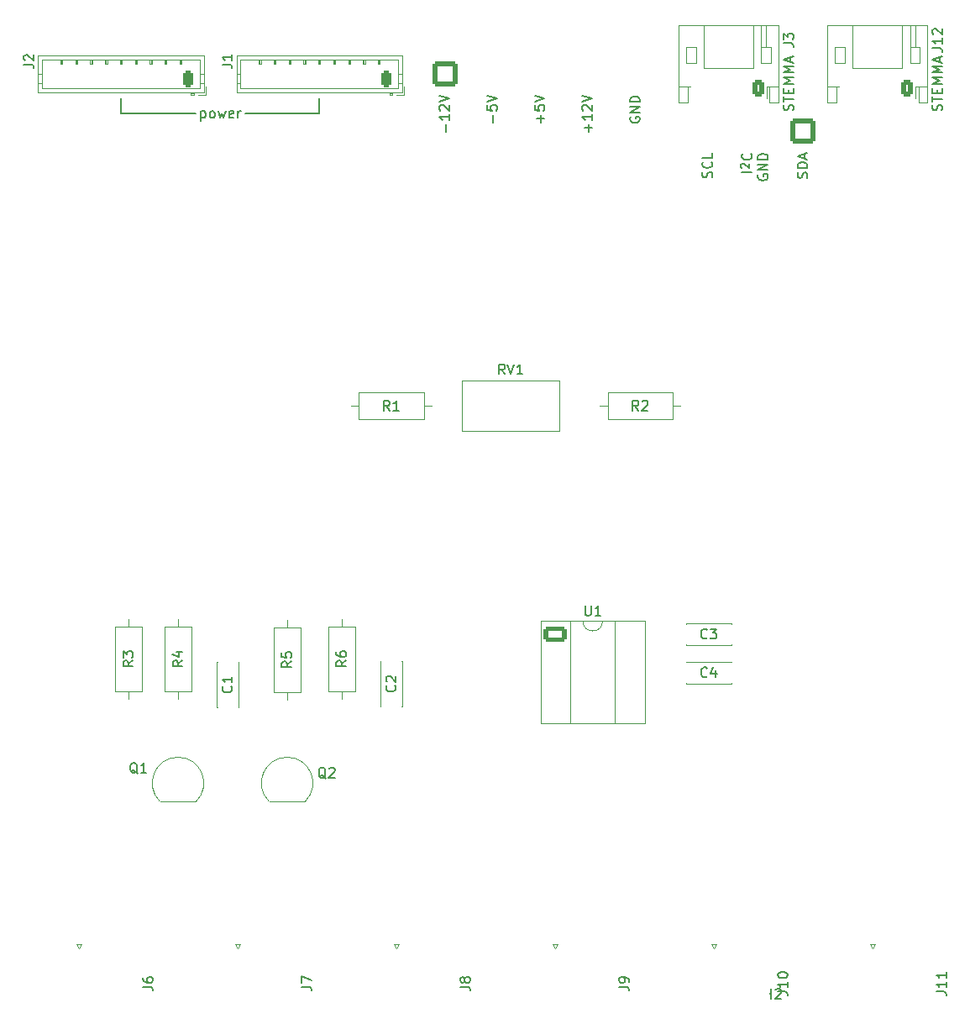
<source format=gto>
G04 #@! TF.GenerationSoftware,KiCad,Pcbnew,9.0.0*
G04 #@! TF.CreationDate,2025-05-20T10:08:30-07:00*
G04 #@! TF.ProjectId,coil_tempeauture_interlock,636f696c-5f74-4656-9d70-656175747572,rev?*
G04 #@! TF.SameCoordinates,Original*
G04 #@! TF.FileFunction,Legend,Top*
G04 #@! TF.FilePolarity,Positive*
%FSLAX46Y46*%
G04 Gerber Fmt 4.6, Leading zero omitted, Abs format (unit mm)*
G04 Created by KiCad (PCBNEW 9.0.0) date 2025-05-20 10:08:30*
%MOMM*%
%LPD*%
G01*
G04 APERTURE LIST*
G04 Aperture macros list*
%AMRoundRect*
0 Rectangle with rounded corners*
0 $1 Rounding radius*
0 $2 $3 $4 $5 $6 $7 $8 $9 X,Y pos of 4 corners*
0 Add a 4 corners polygon primitive as box body*
4,1,4,$2,$3,$4,$5,$6,$7,$8,$9,$2,$3,0*
0 Add four circle primitives for the rounded corners*
1,1,$1+$1,$2,$3*
1,1,$1+$1,$4,$5*
1,1,$1+$1,$6,$7*
1,1,$1+$1,$8,$9*
0 Add four rect primitives between the rounded corners*
20,1,$1+$1,$2,$3,$4,$5,0*
20,1,$1+$1,$4,$5,$6,$7,0*
20,1,$1+$1,$6,$7,$8,$9,0*
20,1,$1+$1,$8,$9,$2,$3,0*%
G04 Aperture macros list end*
%ADD10C,0.150000*%
%ADD11C,0.120000*%
%ADD12C,1.440000*%
%ADD13C,1.600000*%
%ADD14O,1.600000X1.600000*%
%ADD15R,2.290000X5.080000*%
%ADD16R,2.420000X5.080000*%
%ADD17RoundRect,0.249999X-1.025001X-1.025001X1.025001X-1.025001X1.025001X1.025001X-1.025001X1.025001X0*%
%ADD18C,2.550000*%
%ADD19RoundRect,0.250000X0.265000X0.615000X-0.265000X0.615000X-0.265000X-0.615000X0.265000X-0.615000X0*%
%ADD20O,1.030000X1.730000*%
%ADD21C,3.200000*%
%ADD22RoundRect,0.250000X0.350000X0.625000X-0.350000X0.625000X-0.350000X-0.625000X0.350000X-0.625000X0*%
%ADD23O,1.200000X1.750000*%
%ADD24R,1.050000X1.500000*%
%ADD25O,1.050000X1.500000*%
%ADD26RoundRect,0.250000X-0.950000X-0.550000X0.950000X-0.550000X0.950000X0.550000X-0.950000X0.550000X0*%
%ADD27O,2.400000X1.600000*%
%ADD28RoundRect,0.249999X1.025001X1.025001X-1.025001X1.025001X-1.025001X-1.025001X1.025001X-1.025001X0*%
G04 APERTURE END LIST*
D10*
X134250000Y-59000000D02*
X134250000Y-57500000D01*
X126750000Y-59000000D02*
X134250000Y-59000000D01*
X114250000Y-59000000D02*
X114250000Y-57500000D01*
X121750000Y-59000000D02*
X114250000Y-59000000D01*
X122321428Y-58788152D02*
X122321428Y-59788152D01*
X122321428Y-58835771D02*
X122416666Y-58788152D01*
X122416666Y-58788152D02*
X122607142Y-58788152D01*
X122607142Y-58788152D02*
X122702380Y-58835771D01*
X122702380Y-58835771D02*
X122749999Y-58883390D01*
X122749999Y-58883390D02*
X122797618Y-58978628D01*
X122797618Y-58978628D02*
X122797618Y-59264342D01*
X122797618Y-59264342D02*
X122749999Y-59359580D01*
X122749999Y-59359580D02*
X122702380Y-59407200D01*
X122702380Y-59407200D02*
X122607142Y-59454819D01*
X122607142Y-59454819D02*
X122416666Y-59454819D01*
X122416666Y-59454819D02*
X122321428Y-59407200D01*
X123369047Y-59454819D02*
X123273809Y-59407200D01*
X123273809Y-59407200D02*
X123226190Y-59359580D01*
X123226190Y-59359580D02*
X123178571Y-59264342D01*
X123178571Y-59264342D02*
X123178571Y-58978628D01*
X123178571Y-58978628D02*
X123226190Y-58883390D01*
X123226190Y-58883390D02*
X123273809Y-58835771D01*
X123273809Y-58835771D02*
X123369047Y-58788152D01*
X123369047Y-58788152D02*
X123511904Y-58788152D01*
X123511904Y-58788152D02*
X123607142Y-58835771D01*
X123607142Y-58835771D02*
X123654761Y-58883390D01*
X123654761Y-58883390D02*
X123702380Y-58978628D01*
X123702380Y-58978628D02*
X123702380Y-59264342D01*
X123702380Y-59264342D02*
X123654761Y-59359580D01*
X123654761Y-59359580D02*
X123607142Y-59407200D01*
X123607142Y-59407200D02*
X123511904Y-59454819D01*
X123511904Y-59454819D02*
X123369047Y-59454819D01*
X124035714Y-58788152D02*
X124226190Y-59454819D01*
X124226190Y-59454819D02*
X124416666Y-58978628D01*
X124416666Y-58978628D02*
X124607142Y-59454819D01*
X124607142Y-59454819D02*
X124797618Y-58788152D01*
X125559523Y-59407200D02*
X125464285Y-59454819D01*
X125464285Y-59454819D02*
X125273809Y-59454819D01*
X125273809Y-59454819D02*
X125178571Y-59407200D01*
X125178571Y-59407200D02*
X125130952Y-59311961D01*
X125130952Y-59311961D02*
X125130952Y-58931009D01*
X125130952Y-58931009D02*
X125178571Y-58835771D01*
X125178571Y-58835771D02*
X125273809Y-58788152D01*
X125273809Y-58788152D02*
X125464285Y-58788152D01*
X125464285Y-58788152D02*
X125559523Y-58835771D01*
X125559523Y-58835771D02*
X125607142Y-58931009D01*
X125607142Y-58931009D02*
X125607142Y-59026247D01*
X125607142Y-59026247D02*
X125130952Y-59121485D01*
X126035714Y-59454819D02*
X126035714Y-58788152D01*
X126035714Y-58978628D02*
X126083333Y-58883390D01*
X126083333Y-58883390D02*
X126130952Y-58835771D01*
X126130952Y-58835771D02*
X126226190Y-58788152D01*
X126226190Y-58788152D02*
X126321428Y-58788152D01*
X151773866Y-59908207D02*
X151773866Y-59146303D01*
X151154819Y-58193922D02*
X151154819Y-58670112D01*
X151154819Y-58670112D02*
X151631009Y-58717731D01*
X151631009Y-58717731D02*
X151583390Y-58670112D01*
X151583390Y-58670112D02*
X151535771Y-58574874D01*
X151535771Y-58574874D02*
X151535771Y-58336779D01*
X151535771Y-58336779D02*
X151583390Y-58241541D01*
X151583390Y-58241541D02*
X151631009Y-58193922D01*
X151631009Y-58193922D02*
X151726247Y-58146303D01*
X151726247Y-58146303D02*
X151964342Y-58146303D01*
X151964342Y-58146303D02*
X152059580Y-58193922D01*
X152059580Y-58193922D02*
X152107200Y-58241541D01*
X152107200Y-58241541D02*
X152154819Y-58336779D01*
X152154819Y-58336779D02*
X152154819Y-58574874D01*
X152154819Y-58574874D02*
X152107200Y-58670112D01*
X152107200Y-58670112D02*
X152059580Y-58717731D01*
X151154819Y-57860588D02*
X152154819Y-57527255D01*
X152154819Y-57527255D02*
X151154819Y-57193922D01*
X146973866Y-60860588D02*
X146973866Y-60098684D01*
X147354819Y-59098684D02*
X147354819Y-59670112D01*
X147354819Y-59384398D02*
X146354819Y-59384398D01*
X146354819Y-59384398D02*
X146497676Y-59479636D01*
X146497676Y-59479636D02*
X146592914Y-59574874D01*
X146592914Y-59574874D02*
X146640533Y-59670112D01*
X146450057Y-58717731D02*
X146402438Y-58670112D01*
X146402438Y-58670112D02*
X146354819Y-58574874D01*
X146354819Y-58574874D02*
X146354819Y-58336779D01*
X146354819Y-58336779D02*
X146402438Y-58241541D01*
X146402438Y-58241541D02*
X146450057Y-58193922D01*
X146450057Y-58193922D02*
X146545295Y-58146303D01*
X146545295Y-58146303D02*
X146640533Y-58146303D01*
X146640533Y-58146303D02*
X146783390Y-58193922D01*
X146783390Y-58193922D02*
X147354819Y-58765350D01*
X147354819Y-58765350D02*
X147354819Y-58146303D01*
X146354819Y-57860588D02*
X147354819Y-57527255D01*
X147354819Y-57527255D02*
X146354819Y-57193922D01*
X156573866Y-59908207D02*
X156573866Y-59146303D01*
X156954819Y-59527255D02*
X156192914Y-59527255D01*
X155954819Y-58193922D02*
X155954819Y-58670112D01*
X155954819Y-58670112D02*
X156431009Y-58717731D01*
X156431009Y-58717731D02*
X156383390Y-58670112D01*
X156383390Y-58670112D02*
X156335771Y-58574874D01*
X156335771Y-58574874D02*
X156335771Y-58336779D01*
X156335771Y-58336779D02*
X156383390Y-58241541D01*
X156383390Y-58241541D02*
X156431009Y-58193922D01*
X156431009Y-58193922D02*
X156526247Y-58146303D01*
X156526247Y-58146303D02*
X156764342Y-58146303D01*
X156764342Y-58146303D02*
X156859580Y-58193922D01*
X156859580Y-58193922D02*
X156907200Y-58241541D01*
X156907200Y-58241541D02*
X156954819Y-58336779D01*
X156954819Y-58336779D02*
X156954819Y-58574874D01*
X156954819Y-58574874D02*
X156907200Y-58670112D01*
X156907200Y-58670112D02*
X156859580Y-58717731D01*
X155954819Y-57860588D02*
X156954819Y-57527255D01*
X156954819Y-57527255D02*
X155954819Y-57193922D01*
X196992200Y-58710839D02*
X197039819Y-58567982D01*
X197039819Y-58567982D02*
X197039819Y-58329887D01*
X197039819Y-58329887D02*
X196992200Y-58234649D01*
X196992200Y-58234649D02*
X196944580Y-58187030D01*
X196944580Y-58187030D02*
X196849342Y-58139411D01*
X196849342Y-58139411D02*
X196754104Y-58139411D01*
X196754104Y-58139411D02*
X196658866Y-58187030D01*
X196658866Y-58187030D02*
X196611247Y-58234649D01*
X196611247Y-58234649D02*
X196563628Y-58329887D01*
X196563628Y-58329887D02*
X196516009Y-58520363D01*
X196516009Y-58520363D02*
X196468390Y-58615601D01*
X196468390Y-58615601D02*
X196420771Y-58663220D01*
X196420771Y-58663220D02*
X196325533Y-58710839D01*
X196325533Y-58710839D02*
X196230295Y-58710839D01*
X196230295Y-58710839D02*
X196135057Y-58663220D01*
X196135057Y-58663220D02*
X196087438Y-58615601D01*
X196087438Y-58615601D02*
X196039819Y-58520363D01*
X196039819Y-58520363D02*
X196039819Y-58282268D01*
X196039819Y-58282268D02*
X196087438Y-58139411D01*
X196039819Y-57853696D02*
X196039819Y-57282268D01*
X197039819Y-57567982D02*
X196039819Y-57567982D01*
X196516009Y-56948934D02*
X196516009Y-56615601D01*
X197039819Y-56472744D02*
X197039819Y-56948934D01*
X197039819Y-56948934D02*
X196039819Y-56948934D01*
X196039819Y-56948934D02*
X196039819Y-56472744D01*
X197039819Y-56044172D02*
X196039819Y-56044172D01*
X196039819Y-56044172D02*
X196754104Y-55710839D01*
X196754104Y-55710839D02*
X196039819Y-55377506D01*
X196039819Y-55377506D02*
X197039819Y-55377506D01*
X197039819Y-54901315D02*
X196039819Y-54901315D01*
X196039819Y-54901315D02*
X196754104Y-54567982D01*
X196754104Y-54567982D02*
X196039819Y-54234649D01*
X196039819Y-54234649D02*
X197039819Y-54234649D01*
X196754104Y-53806077D02*
X196754104Y-53329887D01*
X197039819Y-53901315D02*
X196039819Y-53567982D01*
X196039819Y-53567982D02*
X197039819Y-53234649D01*
X181992200Y-58710839D02*
X182039819Y-58567982D01*
X182039819Y-58567982D02*
X182039819Y-58329887D01*
X182039819Y-58329887D02*
X181992200Y-58234649D01*
X181992200Y-58234649D02*
X181944580Y-58187030D01*
X181944580Y-58187030D02*
X181849342Y-58139411D01*
X181849342Y-58139411D02*
X181754104Y-58139411D01*
X181754104Y-58139411D02*
X181658866Y-58187030D01*
X181658866Y-58187030D02*
X181611247Y-58234649D01*
X181611247Y-58234649D02*
X181563628Y-58329887D01*
X181563628Y-58329887D02*
X181516009Y-58520363D01*
X181516009Y-58520363D02*
X181468390Y-58615601D01*
X181468390Y-58615601D02*
X181420771Y-58663220D01*
X181420771Y-58663220D02*
X181325533Y-58710839D01*
X181325533Y-58710839D02*
X181230295Y-58710839D01*
X181230295Y-58710839D02*
X181135057Y-58663220D01*
X181135057Y-58663220D02*
X181087438Y-58615601D01*
X181087438Y-58615601D02*
X181039819Y-58520363D01*
X181039819Y-58520363D02*
X181039819Y-58282268D01*
X181039819Y-58282268D02*
X181087438Y-58139411D01*
X181039819Y-57853696D02*
X181039819Y-57282268D01*
X182039819Y-57567982D02*
X181039819Y-57567982D01*
X181516009Y-56948934D02*
X181516009Y-56615601D01*
X182039819Y-56472744D02*
X182039819Y-56948934D01*
X182039819Y-56948934D02*
X181039819Y-56948934D01*
X181039819Y-56948934D02*
X181039819Y-56472744D01*
X182039819Y-56044172D02*
X181039819Y-56044172D01*
X181039819Y-56044172D02*
X181754104Y-55710839D01*
X181754104Y-55710839D02*
X181039819Y-55377506D01*
X181039819Y-55377506D02*
X182039819Y-55377506D01*
X182039819Y-54901315D02*
X181039819Y-54901315D01*
X181039819Y-54901315D02*
X181754104Y-54567982D01*
X181754104Y-54567982D02*
X181039819Y-54234649D01*
X181039819Y-54234649D02*
X182039819Y-54234649D01*
X181754104Y-53806077D02*
X181754104Y-53329887D01*
X182039819Y-53901315D02*
X181039819Y-53567982D01*
X181039819Y-53567982D02*
X182039819Y-53234649D01*
X161373866Y-60860588D02*
X161373866Y-60098684D01*
X161754819Y-60479636D02*
X160992914Y-60479636D01*
X161754819Y-59098684D02*
X161754819Y-59670112D01*
X161754819Y-59384398D02*
X160754819Y-59384398D01*
X160754819Y-59384398D02*
X160897676Y-59479636D01*
X160897676Y-59479636D02*
X160992914Y-59574874D01*
X160992914Y-59574874D02*
X161040533Y-59670112D01*
X160850057Y-58717731D02*
X160802438Y-58670112D01*
X160802438Y-58670112D02*
X160754819Y-58574874D01*
X160754819Y-58574874D02*
X160754819Y-58336779D01*
X160754819Y-58336779D02*
X160802438Y-58241541D01*
X160802438Y-58241541D02*
X160850057Y-58193922D01*
X160850057Y-58193922D02*
X160945295Y-58146303D01*
X160945295Y-58146303D02*
X161040533Y-58146303D01*
X161040533Y-58146303D02*
X161183390Y-58193922D01*
X161183390Y-58193922D02*
X161754819Y-58765350D01*
X161754819Y-58765350D02*
X161754819Y-58146303D01*
X160754819Y-57860588D02*
X161754819Y-57527255D01*
X161754819Y-57527255D02*
X160754819Y-57193922D01*
X165602438Y-59384398D02*
X165554819Y-59479636D01*
X165554819Y-59479636D02*
X165554819Y-59622493D01*
X165554819Y-59622493D02*
X165602438Y-59765350D01*
X165602438Y-59765350D02*
X165697676Y-59860588D01*
X165697676Y-59860588D02*
X165792914Y-59908207D01*
X165792914Y-59908207D02*
X165983390Y-59955826D01*
X165983390Y-59955826D02*
X166126247Y-59955826D01*
X166126247Y-59955826D02*
X166316723Y-59908207D01*
X166316723Y-59908207D02*
X166411961Y-59860588D01*
X166411961Y-59860588D02*
X166507200Y-59765350D01*
X166507200Y-59765350D02*
X166554819Y-59622493D01*
X166554819Y-59622493D02*
X166554819Y-59527255D01*
X166554819Y-59527255D02*
X166507200Y-59384398D01*
X166507200Y-59384398D02*
X166459580Y-59336779D01*
X166459580Y-59336779D02*
X166126247Y-59336779D01*
X166126247Y-59336779D02*
X166126247Y-59527255D01*
X166554819Y-58908207D02*
X165554819Y-58908207D01*
X165554819Y-58908207D02*
X166554819Y-58336779D01*
X166554819Y-58336779D02*
X165554819Y-58336779D01*
X166554819Y-57860588D02*
X165554819Y-57860588D01*
X165554819Y-57860588D02*
X165554819Y-57622493D01*
X165554819Y-57622493D02*
X165602438Y-57479636D01*
X165602438Y-57479636D02*
X165697676Y-57384398D01*
X165697676Y-57384398D02*
X165792914Y-57336779D01*
X165792914Y-57336779D02*
X165983390Y-57289160D01*
X165983390Y-57289160D02*
X166126247Y-57289160D01*
X166126247Y-57289160D02*
X166316723Y-57336779D01*
X166316723Y-57336779D02*
X166411961Y-57384398D01*
X166411961Y-57384398D02*
X166507200Y-57479636D01*
X166507200Y-57479636D02*
X166554819Y-57622493D01*
X166554819Y-57622493D02*
X166554819Y-57860588D01*
X173807200Y-65470112D02*
X173854819Y-65327255D01*
X173854819Y-65327255D02*
X173854819Y-65089160D01*
X173854819Y-65089160D02*
X173807200Y-64993922D01*
X173807200Y-64993922D02*
X173759580Y-64946303D01*
X173759580Y-64946303D02*
X173664342Y-64898684D01*
X173664342Y-64898684D02*
X173569104Y-64898684D01*
X173569104Y-64898684D02*
X173473866Y-64946303D01*
X173473866Y-64946303D02*
X173426247Y-64993922D01*
X173426247Y-64993922D02*
X173378628Y-65089160D01*
X173378628Y-65089160D02*
X173331009Y-65279636D01*
X173331009Y-65279636D02*
X173283390Y-65374874D01*
X173283390Y-65374874D02*
X173235771Y-65422493D01*
X173235771Y-65422493D02*
X173140533Y-65470112D01*
X173140533Y-65470112D02*
X173045295Y-65470112D01*
X173045295Y-65470112D02*
X172950057Y-65422493D01*
X172950057Y-65422493D02*
X172902438Y-65374874D01*
X172902438Y-65374874D02*
X172854819Y-65279636D01*
X172854819Y-65279636D02*
X172854819Y-65041541D01*
X172854819Y-65041541D02*
X172902438Y-64898684D01*
X173759580Y-63898684D02*
X173807200Y-63946303D01*
X173807200Y-63946303D02*
X173854819Y-64089160D01*
X173854819Y-64089160D02*
X173854819Y-64184398D01*
X173854819Y-64184398D02*
X173807200Y-64327255D01*
X173807200Y-64327255D02*
X173711961Y-64422493D01*
X173711961Y-64422493D02*
X173616723Y-64470112D01*
X173616723Y-64470112D02*
X173426247Y-64517731D01*
X173426247Y-64517731D02*
X173283390Y-64517731D01*
X173283390Y-64517731D02*
X173092914Y-64470112D01*
X173092914Y-64470112D02*
X172997676Y-64422493D01*
X172997676Y-64422493D02*
X172902438Y-64327255D01*
X172902438Y-64327255D02*
X172854819Y-64184398D01*
X172854819Y-64184398D02*
X172854819Y-64089160D01*
X172854819Y-64089160D02*
X172902438Y-63946303D01*
X172902438Y-63946303D02*
X172950057Y-63898684D01*
X173854819Y-62993922D02*
X173854819Y-63470112D01*
X173854819Y-63470112D02*
X172854819Y-63470112D01*
X177849847Y-64898683D02*
X176849847Y-64898683D01*
X176836513Y-64508208D02*
X176798418Y-64470112D01*
X176798418Y-64470112D02*
X176760323Y-64393922D01*
X176760323Y-64393922D02*
X176760323Y-64203446D01*
X176760323Y-64203446D02*
X176798418Y-64127255D01*
X176798418Y-64127255D02*
X176836513Y-64089160D01*
X176836513Y-64089160D02*
X176912704Y-64051065D01*
X176912704Y-64051065D02*
X176988894Y-64051065D01*
X176988894Y-64051065D02*
X177103180Y-64089160D01*
X177103180Y-64089160D02*
X177560323Y-64546303D01*
X177560323Y-64546303D02*
X177560323Y-64051065D01*
X177754608Y-63089160D02*
X177802228Y-63136779D01*
X177802228Y-63136779D02*
X177849847Y-63279636D01*
X177849847Y-63279636D02*
X177849847Y-63374874D01*
X177849847Y-63374874D02*
X177802228Y-63517731D01*
X177802228Y-63517731D02*
X177706989Y-63612969D01*
X177706989Y-63612969D02*
X177611751Y-63660588D01*
X177611751Y-63660588D02*
X177421275Y-63708207D01*
X177421275Y-63708207D02*
X177278418Y-63708207D01*
X177278418Y-63708207D02*
X177087942Y-63660588D01*
X177087942Y-63660588D02*
X176992704Y-63612969D01*
X176992704Y-63612969D02*
X176897466Y-63517731D01*
X176897466Y-63517731D02*
X176849847Y-63374874D01*
X176849847Y-63374874D02*
X176849847Y-63279636D01*
X176849847Y-63279636D02*
X176897466Y-63136779D01*
X176897466Y-63136779D02*
X176945085Y-63089160D01*
X178507410Y-65184398D02*
X178459791Y-65279636D01*
X178459791Y-65279636D02*
X178459791Y-65422493D01*
X178459791Y-65422493D02*
X178507410Y-65565350D01*
X178507410Y-65565350D02*
X178602648Y-65660588D01*
X178602648Y-65660588D02*
X178697886Y-65708207D01*
X178697886Y-65708207D02*
X178888362Y-65755826D01*
X178888362Y-65755826D02*
X179031219Y-65755826D01*
X179031219Y-65755826D02*
X179221695Y-65708207D01*
X179221695Y-65708207D02*
X179316933Y-65660588D01*
X179316933Y-65660588D02*
X179412172Y-65565350D01*
X179412172Y-65565350D02*
X179459791Y-65422493D01*
X179459791Y-65422493D02*
X179459791Y-65327255D01*
X179459791Y-65327255D02*
X179412172Y-65184398D01*
X179412172Y-65184398D02*
X179364552Y-65136779D01*
X179364552Y-65136779D02*
X179031219Y-65136779D01*
X179031219Y-65136779D02*
X179031219Y-65327255D01*
X179459791Y-64708207D02*
X178459791Y-64708207D01*
X178459791Y-64708207D02*
X179459791Y-64136779D01*
X179459791Y-64136779D02*
X178459791Y-64136779D01*
X179459791Y-63660588D02*
X178459791Y-63660588D01*
X178459791Y-63660588D02*
X178459791Y-63422493D01*
X178459791Y-63422493D02*
X178507410Y-63279636D01*
X178507410Y-63279636D02*
X178602648Y-63184398D01*
X178602648Y-63184398D02*
X178697886Y-63136779D01*
X178697886Y-63136779D02*
X178888362Y-63089160D01*
X178888362Y-63089160D02*
X179031219Y-63089160D01*
X179031219Y-63089160D02*
X179221695Y-63136779D01*
X179221695Y-63136779D02*
X179316933Y-63184398D01*
X179316933Y-63184398D02*
X179412172Y-63279636D01*
X179412172Y-63279636D02*
X179459791Y-63422493D01*
X179459791Y-63422493D02*
X179459791Y-63660588D01*
X183407200Y-65517731D02*
X183454819Y-65374874D01*
X183454819Y-65374874D02*
X183454819Y-65136779D01*
X183454819Y-65136779D02*
X183407200Y-65041541D01*
X183407200Y-65041541D02*
X183359580Y-64993922D01*
X183359580Y-64993922D02*
X183264342Y-64946303D01*
X183264342Y-64946303D02*
X183169104Y-64946303D01*
X183169104Y-64946303D02*
X183073866Y-64993922D01*
X183073866Y-64993922D02*
X183026247Y-65041541D01*
X183026247Y-65041541D02*
X182978628Y-65136779D01*
X182978628Y-65136779D02*
X182931009Y-65327255D01*
X182931009Y-65327255D02*
X182883390Y-65422493D01*
X182883390Y-65422493D02*
X182835771Y-65470112D01*
X182835771Y-65470112D02*
X182740533Y-65517731D01*
X182740533Y-65517731D02*
X182645295Y-65517731D01*
X182645295Y-65517731D02*
X182550057Y-65470112D01*
X182550057Y-65470112D02*
X182502438Y-65422493D01*
X182502438Y-65422493D02*
X182454819Y-65327255D01*
X182454819Y-65327255D02*
X182454819Y-65089160D01*
X182454819Y-65089160D02*
X182502438Y-64946303D01*
X183454819Y-64517731D02*
X182454819Y-64517731D01*
X182454819Y-64517731D02*
X182454819Y-64279636D01*
X182454819Y-64279636D02*
X182502438Y-64136779D01*
X182502438Y-64136779D02*
X182597676Y-64041541D01*
X182597676Y-64041541D02*
X182692914Y-63993922D01*
X182692914Y-63993922D02*
X182883390Y-63946303D01*
X182883390Y-63946303D02*
X183026247Y-63946303D01*
X183026247Y-63946303D02*
X183216723Y-63993922D01*
X183216723Y-63993922D02*
X183311961Y-64041541D01*
X183311961Y-64041541D02*
X183407200Y-64136779D01*
X183407200Y-64136779D02*
X183454819Y-64279636D01*
X183454819Y-64279636D02*
X183454819Y-64517731D01*
X183169104Y-63565350D02*
X183169104Y-63089160D01*
X183454819Y-63660588D02*
X182454819Y-63327255D01*
X182454819Y-63327255D02*
X183454819Y-62993922D01*
X152944761Y-85294819D02*
X152611428Y-84818628D01*
X152373333Y-85294819D02*
X152373333Y-84294819D01*
X152373333Y-84294819D02*
X152754285Y-84294819D01*
X152754285Y-84294819D02*
X152849523Y-84342438D01*
X152849523Y-84342438D02*
X152897142Y-84390057D01*
X152897142Y-84390057D02*
X152944761Y-84485295D01*
X152944761Y-84485295D02*
X152944761Y-84628152D01*
X152944761Y-84628152D02*
X152897142Y-84723390D01*
X152897142Y-84723390D02*
X152849523Y-84771009D01*
X152849523Y-84771009D02*
X152754285Y-84818628D01*
X152754285Y-84818628D02*
X152373333Y-84818628D01*
X153230476Y-84294819D02*
X153563809Y-85294819D01*
X153563809Y-85294819D02*
X153897142Y-84294819D01*
X154754285Y-85294819D02*
X154182857Y-85294819D01*
X154468571Y-85294819D02*
X154468571Y-84294819D01*
X154468571Y-84294819D02*
X154373333Y-84437676D01*
X154373333Y-84437676D02*
X154278095Y-84532914D01*
X154278095Y-84532914D02*
X154182857Y-84580533D01*
X141333333Y-88954819D02*
X141000000Y-88478628D01*
X140761905Y-88954819D02*
X140761905Y-87954819D01*
X140761905Y-87954819D02*
X141142857Y-87954819D01*
X141142857Y-87954819D02*
X141238095Y-88002438D01*
X141238095Y-88002438D02*
X141285714Y-88050057D01*
X141285714Y-88050057D02*
X141333333Y-88145295D01*
X141333333Y-88145295D02*
X141333333Y-88288152D01*
X141333333Y-88288152D02*
X141285714Y-88383390D01*
X141285714Y-88383390D02*
X141238095Y-88431009D01*
X141238095Y-88431009D02*
X141142857Y-88478628D01*
X141142857Y-88478628D02*
X140761905Y-88478628D01*
X142285714Y-88954819D02*
X141714286Y-88954819D01*
X142000000Y-88954819D02*
X142000000Y-87954819D01*
X142000000Y-87954819D02*
X141904762Y-88097676D01*
X141904762Y-88097676D02*
X141809524Y-88192914D01*
X141809524Y-88192914D02*
X141714286Y-88240533D01*
X196454819Y-147519523D02*
X197169104Y-147519523D01*
X197169104Y-147519523D02*
X197311961Y-147567142D01*
X197311961Y-147567142D02*
X197407200Y-147662380D01*
X197407200Y-147662380D02*
X197454819Y-147805237D01*
X197454819Y-147805237D02*
X197454819Y-147900475D01*
X197454819Y-146519523D02*
X197454819Y-147090951D01*
X197454819Y-146805237D02*
X196454819Y-146805237D01*
X196454819Y-146805237D02*
X196597676Y-146900475D01*
X196597676Y-146900475D02*
X196692914Y-146995713D01*
X196692914Y-146995713D02*
X196740533Y-147090951D01*
X197454819Y-145567142D02*
X197454819Y-146138570D01*
X197454819Y-145852856D02*
X196454819Y-145852856D01*
X196454819Y-145852856D02*
X196597676Y-145948094D01*
X196597676Y-145948094D02*
X196692914Y-146043332D01*
X196692914Y-146043332D02*
X196740533Y-146138570D01*
X124454819Y-54083333D02*
X125169104Y-54083333D01*
X125169104Y-54083333D02*
X125311961Y-54130952D01*
X125311961Y-54130952D02*
X125407200Y-54226190D01*
X125407200Y-54226190D02*
X125454819Y-54369047D01*
X125454819Y-54369047D02*
X125454819Y-54464285D01*
X125454819Y-53083333D02*
X125454819Y-53654761D01*
X125454819Y-53369047D02*
X124454819Y-53369047D01*
X124454819Y-53369047D02*
X124597676Y-53464285D01*
X124597676Y-53464285D02*
X124692914Y-53559523D01*
X124692914Y-53559523D02*
X124740533Y-53654761D01*
X173333333Y-115749580D02*
X173285714Y-115797200D01*
X173285714Y-115797200D02*
X173142857Y-115844819D01*
X173142857Y-115844819D02*
X173047619Y-115844819D01*
X173047619Y-115844819D02*
X172904762Y-115797200D01*
X172904762Y-115797200D02*
X172809524Y-115701961D01*
X172809524Y-115701961D02*
X172761905Y-115606723D01*
X172761905Y-115606723D02*
X172714286Y-115416247D01*
X172714286Y-115416247D02*
X172714286Y-115273390D01*
X172714286Y-115273390D02*
X172761905Y-115082914D01*
X172761905Y-115082914D02*
X172809524Y-114987676D01*
X172809524Y-114987676D02*
X172904762Y-114892438D01*
X172904762Y-114892438D02*
X173047619Y-114844819D01*
X173047619Y-114844819D02*
X173142857Y-114844819D01*
X173142857Y-114844819D02*
X173285714Y-114892438D01*
X173285714Y-114892438D02*
X173333333Y-114940057D01*
X174190476Y-115178152D02*
X174190476Y-115844819D01*
X173952381Y-114797200D02*
X173714286Y-115511485D01*
X173714286Y-115511485D02*
X174333333Y-115511485D01*
X148454819Y-147043333D02*
X149169104Y-147043333D01*
X149169104Y-147043333D02*
X149311961Y-147090952D01*
X149311961Y-147090952D02*
X149407200Y-147186190D01*
X149407200Y-147186190D02*
X149454819Y-147329047D01*
X149454819Y-147329047D02*
X149454819Y-147424285D01*
X148883390Y-146424285D02*
X148835771Y-146519523D01*
X148835771Y-146519523D02*
X148788152Y-146567142D01*
X148788152Y-146567142D02*
X148692914Y-146614761D01*
X148692914Y-146614761D02*
X148645295Y-146614761D01*
X148645295Y-146614761D02*
X148550057Y-146567142D01*
X148550057Y-146567142D02*
X148502438Y-146519523D01*
X148502438Y-146519523D02*
X148454819Y-146424285D01*
X148454819Y-146424285D02*
X148454819Y-146233809D01*
X148454819Y-146233809D02*
X148502438Y-146138571D01*
X148502438Y-146138571D02*
X148550057Y-146090952D01*
X148550057Y-146090952D02*
X148645295Y-146043333D01*
X148645295Y-146043333D02*
X148692914Y-146043333D01*
X148692914Y-146043333D02*
X148788152Y-146090952D01*
X148788152Y-146090952D02*
X148835771Y-146138571D01*
X148835771Y-146138571D02*
X148883390Y-146233809D01*
X148883390Y-146233809D02*
X148883390Y-146424285D01*
X148883390Y-146424285D02*
X148931009Y-146519523D01*
X148931009Y-146519523D02*
X148978628Y-146567142D01*
X148978628Y-146567142D02*
X149073866Y-146614761D01*
X149073866Y-146614761D02*
X149264342Y-146614761D01*
X149264342Y-146614761D02*
X149359580Y-146567142D01*
X149359580Y-146567142D02*
X149407200Y-146519523D01*
X149407200Y-146519523D02*
X149454819Y-146424285D01*
X149454819Y-146424285D02*
X149454819Y-146233809D01*
X149454819Y-146233809D02*
X149407200Y-146138571D01*
X149407200Y-146138571D02*
X149359580Y-146090952D01*
X149359580Y-146090952D02*
X149264342Y-146043333D01*
X149264342Y-146043333D02*
X149073866Y-146043333D01*
X149073866Y-146043333D02*
X148978628Y-146090952D01*
X148978628Y-146090952D02*
X148931009Y-146138571D01*
X148931009Y-146138571D02*
X148883390Y-146233809D01*
X181054819Y-51933333D02*
X181769104Y-51933333D01*
X181769104Y-51933333D02*
X181911961Y-51980952D01*
X181911961Y-51980952D02*
X182007200Y-52076190D01*
X182007200Y-52076190D02*
X182054819Y-52219047D01*
X182054819Y-52219047D02*
X182054819Y-52314285D01*
X181054819Y-51552380D02*
X181054819Y-50933333D01*
X181054819Y-50933333D02*
X181435771Y-51266666D01*
X181435771Y-51266666D02*
X181435771Y-51123809D01*
X181435771Y-51123809D02*
X181483390Y-51028571D01*
X181483390Y-51028571D02*
X181531009Y-50980952D01*
X181531009Y-50980952D02*
X181626247Y-50933333D01*
X181626247Y-50933333D02*
X181864342Y-50933333D01*
X181864342Y-50933333D02*
X181959580Y-50980952D01*
X181959580Y-50980952D02*
X182007200Y-51028571D01*
X182007200Y-51028571D02*
X182054819Y-51123809D01*
X182054819Y-51123809D02*
X182054819Y-51409523D01*
X182054819Y-51409523D02*
X182007200Y-51504761D01*
X182007200Y-51504761D02*
X181959580Y-51552380D01*
X125359580Y-116746666D02*
X125407200Y-116794285D01*
X125407200Y-116794285D02*
X125454819Y-116937142D01*
X125454819Y-116937142D02*
X125454819Y-117032380D01*
X125454819Y-117032380D02*
X125407200Y-117175237D01*
X125407200Y-117175237D02*
X125311961Y-117270475D01*
X125311961Y-117270475D02*
X125216723Y-117318094D01*
X125216723Y-117318094D02*
X125026247Y-117365713D01*
X125026247Y-117365713D02*
X124883390Y-117365713D01*
X124883390Y-117365713D02*
X124692914Y-117318094D01*
X124692914Y-117318094D02*
X124597676Y-117270475D01*
X124597676Y-117270475D02*
X124502438Y-117175237D01*
X124502438Y-117175237D02*
X124454819Y-117032380D01*
X124454819Y-117032380D02*
X124454819Y-116937142D01*
X124454819Y-116937142D02*
X124502438Y-116794285D01*
X124502438Y-116794285D02*
X124550057Y-116746666D01*
X125454819Y-115794285D02*
X125454819Y-116365713D01*
X125454819Y-116079999D02*
X124454819Y-116079999D01*
X124454819Y-116079999D02*
X124597676Y-116175237D01*
X124597676Y-116175237D02*
X124692914Y-116270475D01*
X124692914Y-116270475D02*
X124740533Y-116365713D01*
X115904761Y-125550057D02*
X115809523Y-125502438D01*
X115809523Y-125502438D02*
X115714285Y-125407200D01*
X115714285Y-125407200D02*
X115571428Y-125264342D01*
X115571428Y-125264342D02*
X115476190Y-125216723D01*
X115476190Y-125216723D02*
X115380952Y-125216723D01*
X115428571Y-125454819D02*
X115333333Y-125407200D01*
X115333333Y-125407200D02*
X115238095Y-125311961D01*
X115238095Y-125311961D02*
X115190476Y-125121485D01*
X115190476Y-125121485D02*
X115190476Y-124788152D01*
X115190476Y-124788152D02*
X115238095Y-124597676D01*
X115238095Y-124597676D02*
X115333333Y-124502438D01*
X115333333Y-124502438D02*
X115428571Y-124454819D01*
X115428571Y-124454819D02*
X115619047Y-124454819D01*
X115619047Y-124454819D02*
X115714285Y-124502438D01*
X115714285Y-124502438D02*
X115809523Y-124597676D01*
X115809523Y-124597676D02*
X115857142Y-124788152D01*
X115857142Y-124788152D02*
X115857142Y-125121485D01*
X115857142Y-125121485D02*
X115809523Y-125311961D01*
X115809523Y-125311961D02*
X115714285Y-125407200D01*
X115714285Y-125407200D02*
X115619047Y-125454819D01*
X115619047Y-125454819D02*
X115428571Y-125454819D01*
X116809523Y-125454819D02*
X116238095Y-125454819D01*
X116523809Y-125454819D02*
X116523809Y-124454819D01*
X116523809Y-124454819D02*
X116428571Y-124597676D01*
X116428571Y-124597676D02*
X116333333Y-124692914D01*
X116333333Y-124692914D02*
X116238095Y-124740533D01*
X115454819Y-114166666D02*
X114978628Y-114499999D01*
X115454819Y-114738094D02*
X114454819Y-114738094D01*
X114454819Y-114738094D02*
X114454819Y-114357142D01*
X114454819Y-114357142D02*
X114502438Y-114261904D01*
X114502438Y-114261904D02*
X114550057Y-114214285D01*
X114550057Y-114214285D02*
X114645295Y-114166666D01*
X114645295Y-114166666D02*
X114788152Y-114166666D01*
X114788152Y-114166666D02*
X114883390Y-114214285D01*
X114883390Y-114214285D02*
X114931009Y-114261904D01*
X114931009Y-114261904D02*
X114978628Y-114357142D01*
X114978628Y-114357142D02*
X114978628Y-114738094D01*
X114454819Y-113833332D02*
X114454819Y-113214285D01*
X114454819Y-113214285D02*
X114835771Y-113547618D01*
X114835771Y-113547618D02*
X114835771Y-113404761D01*
X114835771Y-113404761D02*
X114883390Y-113309523D01*
X114883390Y-113309523D02*
X114931009Y-113261904D01*
X114931009Y-113261904D02*
X115026247Y-113214285D01*
X115026247Y-113214285D02*
X115264342Y-113214285D01*
X115264342Y-113214285D02*
X115359580Y-113261904D01*
X115359580Y-113261904D02*
X115407200Y-113309523D01*
X115407200Y-113309523D02*
X115454819Y-113404761D01*
X115454819Y-113404761D02*
X115454819Y-113690475D01*
X115454819Y-113690475D02*
X115407200Y-113785713D01*
X115407200Y-113785713D02*
X115359580Y-113833332D01*
X131454819Y-114246666D02*
X130978628Y-114579999D01*
X131454819Y-114818094D02*
X130454819Y-114818094D01*
X130454819Y-114818094D02*
X130454819Y-114437142D01*
X130454819Y-114437142D02*
X130502438Y-114341904D01*
X130502438Y-114341904D02*
X130550057Y-114294285D01*
X130550057Y-114294285D02*
X130645295Y-114246666D01*
X130645295Y-114246666D02*
X130788152Y-114246666D01*
X130788152Y-114246666D02*
X130883390Y-114294285D01*
X130883390Y-114294285D02*
X130931009Y-114341904D01*
X130931009Y-114341904D02*
X130978628Y-114437142D01*
X130978628Y-114437142D02*
X130978628Y-114818094D01*
X130454819Y-113341904D02*
X130454819Y-113818094D01*
X130454819Y-113818094D02*
X130931009Y-113865713D01*
X130931009Y-113865713D02*
X130883390Y-113818094D01*
X130883390Y-113818094D02*
X130835771Y-113722856D01*
X130835771Y-113722856D02*
X130835771Y-113484761D01*
X130835771Y-113484761D02*
X130883390Y-113389523D01*
X130883390Y-113389523D02*
X130931009Y-113341904D01*
X130931009Y-113341904D02*
X131026247Y-113294285D01*
X131026247Y-113294285D02*
X131264342Y-113294285D01*
X131264342Y-113294285D02*
X131359580Y-113341904D01*
X131359580Y-113341904D02*
X131407200Y-113389523D01*
X131407200Y-113389523D02*
X131454819Y-113484761D01*
X131454819Y-113484761D02*
X131454819Y-113722856D01*
X131454819Y-113722856D02*
X131407200Y-113818094D01*
X131407200Y-113818094D02*
X131359580Y-113865713D01*
X120454819Y-114166666D02*
X119978628Y-114499999D01*
X120454819Y-114738094D02*
X119454819Y-114738094D01*
X119454819Y-114738094D02*
X119454819Y-114357142D01*
X119454819Y-114357142D02*
X119502438Y-114261904D01*
X119502438Y-114261904D02*
X119550057Y-114214285D01*
X119550057Y-114214285D02*
X119645295Y-114166666D01*
X119645295Y-114166666D02*
X119788152Y-114166666D01*
X119788152Y-114166666D02*
X119883390Y-114214285D01*
X119883390Y-114214285D02*
X119931009Y-114261904D01*
X119931009Y-114261904D02*
X119978628Y-114357142D01*
X119978628Y-114357142D02*
X119978628Y-114738094D01*
X119788152Y-113309523D02*
X120454819Y-113309523D01*
X119407200Y-113547618D02*
X120121485Y-113785713D01*
X120121485Y-113785713D02*
X120121485Y-113166666D01*
X179238095Y-148254819D02*
X179238095Y-147254819D01*
X179238095Y-147731009D02*
X179809523Y-147731009D01*
X179809523Y-148254819D02*
X179809523Y-147254819D01*
X180238095Y-147350057D02*
X180285714Y-147302438D01*
X180285714Y-147302438D02*
X180380952Y-147254819D01*
X180380952Y-147254819D02*
X180619047Y-147254819D01*
X180619047Y-147254819D02*
X180714285Y-147302438D01*
X180714285Y-147302438D02*
X180761904Y-147350057D01*
X180761904Y-147350057D02*
X180809523Y-147445295D01*
X180809523Y-147445295D02*
X180809523Y-147540533D01*
X180809523Y-147540533D02*
X180761904Y-147683390D01*
X180761904Y-147683390D02*
X180190476Y-148254819D01*
X180190476Y-148254819D02*
X180809523Y-148254819D01*
X141859580Y-116666666D02*
X141907200Y-116714285D01*
X141907200Y-116714285D02*
X141954819Y-116857142D01*
X141954819Y-116857142D02*
X141954819Y-116952380D01*
X141954819Y-116952380D02*
X141907200Y-117095237D01*
X141907200Y-117095237D02*
X141811961Y-117190475D01*
X141811961Y-117190475D02*
X141716723Y-117238094D01*
X141716723Y-117238094D02*
X141526247Y-117285713D01*
X141526247Y-117285713D02*
X141383390Y-117285713D01*
X141383390Y-117285713D02*
X141192914Y-117238094D01*
X141192914Y-117238094D02*
X141097676Y-117190475D01*
X141097676Y-117190475D02*
X141002438Y-117095237D01*
X141002438Y-117095237D02*
X140954819Y-116952380D01*
X140954819Y-116952380D02*
X140954819Y-116857142D01*
X140954819Y-116857142D02*
X141002438Y-116714285D01*
X141002438Y-116714285D02*
X141050057Y-116666666D01*
X141050057Y-116285713D02*
X141002438Y-116238094D01*
X141002438Y-116238094D02*
X140954819Y-116142856D01*
X140954819Y-116142856D02*
X140954819Y-115904761D01*
X140954819Y-115904761D02*
X141002438Y-115809523D01*
X141002438Y-115809523D02*
X141050057Y-115761904D01*
X141050057Y-115761904D02*
X141145295Y-115714285D01*
X141145295Y-115714285D02*
X141240533Y-115714285D01*
X141240533Y-115714285D02*
X141383390Y-115761904D01*
X141383390Y-115761904D02*
X141954819Y-116333332D01*
X141954819Y-116333332D02*
X141954819Y-115714285D01*
X132454819Y-147043333D02*
X133169104Y-147043333D01*
X133169104Y-147043333D02*
X133311961Y-147090952D01*
X133311961Y-147090952D02*
X133407200Y-147186190D01*
X133407200Y-147186190D02*
X133454819Y-147329047D01*
X133454819Y-147329047D02*
X133454819Y-147424285D01*
X132454819Y-146662380D02*
X132454819Y-145995714D01*
X132454819Y-145995714D02*
X133454819Y-146424285D01*
X161048095Y-108624819D02*
X161048095Y-109434342D01*
X161048095Y-109434342D02*
X161095714Y-109529580D01*
X161095714Y-109529580D02*
X161143333Y-109577200D01*
X161143333Y-109577200D02*
X161238571Y-109624819D01*
X161238571Y-109624819D02*
X161429047Y-109624819D01*
X161429047Y-109624819D02*
X161524285Y-109577200D01*
X161524285Y-109577200D02*
X161571904Y-109529580D01*
X161571904Y-109529580D02*
X161619523Y-109434342D01*
X161619523Y-109434342D02*
X161619523Y-108624819D01*
X162619523Y-109624819D02*
X162048095Y-109624819D01*
X162333809Y-109624819D02*
X162333809Y-108624819D01*
X162333809Y-108624819D02*
X162238571Y-108767676D01*
X162238571Y-108767676D02*
X162143333Y-108862914D01*
X162143333Y-108862914D02*
X162048095Y-108910533D01*
X104454819Y-54083333D02*
X105169104Y-54083333D01*
X105169104Y-54083333D02*
X105311961Y-54130952D01*
X105311961Y-54130952D02*
X105407200Y-54226190D01*
X105407200Y-54226190D02*
X105454819Y-54369047D01*
X105454819Y-54369047D02*
X105454819Y-54464285D01*
X104550057Y-53654761D02*
X104502438Y-53607142D01*
X104502438Y-53607142D02*
X104454819Y-53511904D01*
X104454819Y-53511904D02*
X104454819Y-53273809D01*
X104454819Y-53273809D02*
X104502438Y-53178571D01*
X104502438Y-53178571D02*
X104550057Y-53130952D01*
X104550057Y-53130952D02*
X104645295Y-53083333D01*
X104645295Y-53083333D02*
X104740533Y-53083333D01*
X104740533Y-53083333D02*
X104883390Y-53130952D01*
X104883390Y-53130952D02*
X105454819Y-53702380D01*
X105454819Y-53702380D02*
X105454819Y-53083333D01*
X164454819Y-147043333D02*
X165169104Y-147043333D01*
X165169104Y-147043333D02*
X165311961Y-147090952D01*
X165311961Y-147090952D02*
X165407200Y-147186190D01*
X165407200Y-147186190D02*
X165454819Y-147329047D01*
X165454819Y-147329047D02*
X165454819Y-147424285D01*
X165454819Y-146519523D02*
X165454819Y-146329047D01*
X165454819Y-146329047D02*
X165407200Y-146233809D01*
X165407200Y-146233809D02*
X165359580Y-146186190D01*
X165359580Y-146186190D02*
X165216723Y-146090952D01*
X165216723Y-146090952D02*
X165026247Y-146043333D01*
X165026247Y-146043333D02*
X164645295Y-146043333D01*
X164645295Y-146043333D02*
X164550057Y-146090952D01*
X164550057Y-146090952D02*
X164502438Y-146138571D01*
X164502438Y-146138571D02*
X164454819Y-146233809D01*
X164454819Y-146233809D02*
X164454819Y-146424285D01*
X164454819Y-146424285D02*
X164502438Y-146519523D01*
X164502438Y-146519523D02*
X164550057Y-146567142D01*
X164550057Y-146567142D02*
X164645295Y-146614761D01*
X164645295Y-146614761D02*
X164883390Y-146614761D01*
X164883390Y-146614761D02*
X164978628Y-146567142D01*
X164978628Y-146567142D02*
X165026247Y-146519523D01*
X165026247Y-146519523D02*
X165073866Y-146424285D01*
X165073866Y-146424285D02*
X165073866Y-146233809D01*
X165073866Y-146233809D02*
X165026247Y-146138571D01*
X165026247Y-146138571D02*
X164978628Y-146090952D01*
X164978628Y-146090952D02*
X164883390Y-146043333D01*
X196054819Y-52409523D02*
X196769104Y-52409523D01*
X196769104Y-52409523D02*
X196911961Y-52457142D01*
X196911961Y-52457142D02*
X197007200Y-52552380D01*
X197007200Y-52552380D02*
X197054819Y-52695237D01*
X197054819Y-52695237D02*
X197054819Y-52790475D01*
X197054819Y-51409523D02*
X197054819Y-51980951D01*
X197054819Y-51695237D02*
X196054819Y-51695237D01*
X196054819Y-51695237D02*
X196197676Y-51790475D01*
X196197676Y-51790475D02*
X196292914Y-51885713D01*
X196292914Y-51885713D02*
X196340533Y-51980951D01*
X196150057Y-51028570D02*
X196102438Y-50980951D01*
X196102438Y-50980951D02*
X196054819Y-50885713D01*
X196054819Y-50885713D02*
X196054819Y-50647618D01*
X196054819Y-50647618D02*
X196102438Y-50552380D01*
X196102438Y-50552380D02*
X196150057Y-50504761D01*
X196150057Y-50504761D02*
X196245295Y-50457142D01*
X196245295Y-50457142D02*
X196340533Y-50457142D01*
X196340533Y-50457142D02*
X196483390Y-50504761D01*
X196483390Y-50504761D02*
X197054819Y-51076189D01*
X197054819Y-51076189D02*
X197054819Y-50457142D01*
X180454819Y-147519523D02*
X181169104Y-147519523D01*
X181169104Y-147519523D02*
X181311961Y-147567142D01*
X181311961Y-147567142D02*
X181407200Y-147662380D01*
X181407200Y-147662380D02*
X181454819Y-147805237D01*
X181454819Y-147805237D02*
X181454819Y-147900475D01*
X181454819Y-146519523D02*
X181454819Y-147090951D01*
X181454819Y-146805237D02*
X180454819Y-146805237D01*
X180454819Y-146805237D02*
X180597676Y-146900475D01*
X180597676Y-146900475D02*
X180692914Y-146995713D01*
X180692914Y-146995713D02*
X180740533Y-147090951D01*
X180454819Y-145900475D02*
X180454819Y-145805237D01*
X180454819Y-145805237D02*
X180502438Y-145709999D01*
X180502438Y-145709999D02*
X180550057Y-145662380D01*
X180550057Y-145662380D02*
X180645295Y-145614761D01*
X180645295Y-145614761D02*
X180835771Y-145567142D01*
X180835771Y-145567142D02*
X181073866Y-145567142D01*
X181073866Y-145567142D02*
X181264342Y-145614761D01*
X181264342Y-145614761D02*
X181359580Y-145662380D01*
X181359580Y-145662380D02*
X181407200Y-145709999D01*
X181407200Y-145709999D02*
X181454819Y-145805237D01*
X181454819Y-145805237D02*
X181454819Y-145900475D01*
X181454819Y-145900475D02*
X181407200Y-145995713D01*
X181407200Y-145995713D02*
X181359580Y-146043332D01*
X181359580Y-146043332D02*
X181264342Y-146090951D01*
X181264342Y-146090951D02*
X181073866Y-146138570D01*
X181073866Y-146138570D02*
X180835771Y-146138570D01*
X180835771Y-146138570D02*
X180645295Y-146090951D01*
X180645295Y-146090951D02*
X180550057Y-146043332D01*
X180550057Y-146043332D02*
X180502438Y-145995713D01*
X180502438Y-145995713D02*
X180454819Y-145900475D01*
X136954819Y-114166666D02*
X136478628Y-114499999D01*
X136954819Y-114738094D02*
X135954819Y-114738094D01*
X135954819Y-114738094D02*
X135954819Y-114357142D01*
X135954819Y-114357142D02*
X136002438Y-114261904D01*
X136002438Y-114261904D02*
X136050057Y-114214285D01*
X136050057Y-114214285D02*
X136145295Y-114166666D01*
X136145295Y-114166666D02*
X136288152Y-114166666D01*
X136288152Y-114166666D02*
X136383390Y-114214285D01*
X136383390Y-114214285D02*
X136431009Y-114261904D01*
X136431009Y-114261904D02*
X136478628Y-114357142D01*
X136478628Y-114357142D02*
X136478628Y-114738094D01*
X135954819Y-113309523D02*
X135954819Y-113499999D01*
X135954819Y-113499999D02*
X136002438Y-113595237D01*
X136002438Y-113595237D02*
X136050057Y-113642856D01*
X136050057Y-113642856D02*
X136192914Y-113738094D01*
X136192914Y-113738094D02*
X136383390Y-113785713D01*
X136383390Y-113785713D02*
X136764342Y-113785713D01*
X136764342Y-113785713D02*
X136859580Y-113738094D01*
X136859580Y-113738094D02*
X136907200Y-113690475D01*
X136907200Y-113690475D02*
X136954819Y-113595237D01*
X136954819Y-113595237D02*
X136954819Y-113404761D01*
X136954819Y-113404761D02*
X136907200Y-113309523D01*
X136907200Y-113309523D02*
X136859580Y-113261904D01*
X136859580Y-113261904D02*
X136764342Y-113214285D01*
X136764342Y-113214285D02*
X136526247Y-113214285D01*
X136526247Y-113214285D02*
X136431009Y-113261904D01*
X136431009Y-113261904D02*
X136383390Y-113309523D01*
X136383390Y-113309523D02*
X136335771Y-113404761D01*
X136335771Y-113404761D02*
X136335771Y-113595237D01*
X136335771Y-113595237D02*
X136383390Y-113690475D01*
X136383390Y-113690475D02*
X136431009Y-113738094D01*
X136431009Y-113738094D02*
X136526247Y-113785713D01*
X166413333Y-88954819D02*
X166080000Y-88478628D01*
X165841905Y-88954819D02*
X165841905Y-87954819D01*
X165841905Y-87954819D02*
X166222857Y-87954819D01*
X166222857Y-87954819D02*
X166318095Y-88002438D01*
X166318095Y-88002438D02*
X166365714Y-88050057D01*
X166365714Y-88050057D02*
X166413333Y-88145295D01*
X166413333Y-88145295D02*
X166413333Y-88288152D01*
X166413333Y-88288152D02*
X166365714Y-88383390D01*
X166365714Y-88383390D02*
X166318095Y-88431009D01*
X166318095Y-88431009D02*
X166222857Y-88478628D01*
X166222857Y-88478628D02*
X165841905Y-88478628D01*
X166794286Y-88050057D02*
X166841905Y-88002438D01*
X166841905Y-88002438D02*
X166937143Y-87954819D01*
X166937143Y-87954819D02*
X167175238Y-87954819D01*
X167175238Y-87954819D02*
X167270476Y-88002438D01*
X167270476Y-88002438D02*
X167318095Y-88050057D01*
X167318095Y-88050057D02*
X167365714Y-88145295D01*
X167365714Y-88145295D02*
X167365714Y-88240533D01*
X167365714Y-88240533D02*
X167318095Y-88383390D01*
X167318095Y-88383390D02*
X166746667Y-88954819D01*
X166746667Y-88954819D02*
X167365714Y-88954819D01*
X173333333Y-111859580D02*
X173285714Y-111907200D01*
X173285714Y-111907200D02*
X173142857Y-111954819D01*
X173142857Y-111954819D02*
X173047619Y-111954819D01*
X173047619Y-111954819D02*
X172904762Y-111907200D01*
X172904762Y-111907200D02*
X172809524Y-111811961D01*
X172809524Y-111811961D02*
X172761905Y-111716723D01*
X172761905Y-111716723D02*
X172714286Y-111526247D01*
X172714286Y-111526247D02*
X172714286Y-111383390D01*
X172714286Y-111383390D02*
X172761905Y-111192914D01*
X172761905Y-111192914D02*
X172809524Y-111097676D01*
X172809524Y-111097676D02*
X172904762Y-111002438D01*
X172904762Y-111002438D02*
X173047619Y-110954819D01*
X173047619Y-110954819D02*
X173142857Y-110954819D01*
X173142857Y-110954819D02*
X173285714Y-111002438D01*
X173285714Y-111002438D02*
X173333333Y-111050057D01*
X173666667Y-110954819D02*
X174285714Y-110954819D01*
X174285714Y-110954819D02*
X173952381Y-111335771D01*
X173952381Y-111335771D02*
X174095238Y-111335771D01*
X174095238Y-111335771D02*
X174190476Y-111383390D01*
X174190476Y-111383390D02*
X174238095Y-111431009D01*
X174238095Y-111431009D02*
X174285714Y-111526247D01*
X174285714Y-111526247D02*
X174285714Y-111764342D01*
X174285714Y-111764342D02*
X174238095Y-111859580D01*
X174238095Y-111859580D02*
X174190476Y-111907200D01*
X174190476Y-111907200D02*
X174095238Y-111954819D01*
X174095238Y-111954819D02*
X173809524Y-111954819D01*
X173809524Y-111954819D02*
X173714286Y-111907200D01*
X173714286Y-111907200D02*
X173666667Y-111859580D01*
X134904761Y-126050057D02*
X134809523Y-126002438D01*
X134809523Y-126002438D02*
X134714285Y-125907200D01*
X134714285Y-125907200D02*
X134571428Y-125764342D01*
X134571428Y-125764342D02*
X134476190Y-125716723D01*
X134476190Y-125716723D02*
X134380952Y-125716723D01*
X134428571Y-125954819D02*
X134333333Y-125907200D01*
X134333333Y-125907200D02*
X134238095Y-125811961D01*
X134238095Y-125811961D02*
X134190476Y-125621485D01*
X134190476Y-125621485D02*
X134190476Y-125288152D01*
X134190476Y-125288152D02*
X134238095Y-125097676D01*
X134238095Y-125097676D02*
X134333333Y-125002438D01*
X134333333Y-125002438D02*
X134428571Y-124954819D01*
X134428571Y-124954819D02*
X134619047Y-124954819D01*
X134619047Y-124954819D02*
X134714285Y-125002438D01*
X134714285Y-125002438D02*
X134809523Y-125097676D01*
X134809523Y-125097676D02*
X134857142Y-125288152D01*
X134857142Y-125288152D02*
X134857142Y-125621485D01*
X134857142Y-125621485D02*
X134809523Y-125811961D01*
X134809523Y-125811961D02*
X134714285Y-125907200D01*
X134714285Y-125907200D02*
X134619047Y-125954819D01*
X134619047Y-125954819D02*
X134428571Y-125954819D01*
X135238095Y-125050057D02*
X135285714Y-125002438D01*
X135285714Y-125002438D02*
X135380952Y-124954819D01*
X135380952Y-124954819D02*
X135619047Y-124954819D01*
X135619047Y-124954819D02*
X135714285Y-125002438D01*
X135714285Y-125002438D02*
X135761904Y-125050057D01*
X135761904Y-125050057D02*
X135809523Y-125145295D01*
X135809523Y-125145295D02*
X135809523Y-125240533D01*
X135809523Y-125240533D02*
X135761904Y-125383390D01*
X135761904Y-125383390D02*
X135190476Y-125954819D01*
X135190476Y-125954819D02*
X135809523Y-125954819D01*
X116454819Y-147043333D02*
X117169104Y-147043333D01*
X117169104Y-147043333D02*
X117311961Y-147090952D01*
X117311961Y-147090952D02*
X117407200Y-147186190D01*
X117407200Y-147186190D02*
X117454819Y-147329047D01*
X117454819Y-147329047D02*
X117454819Y-147424285D01*
X116454819Y-146138571D02*
X116454819Y-146329047D01*
X116454819Y-146329047D02*
X116502438Y-146424285D01*
X116502438Y-146424285D02*
X116550057Y-146471904D01*
X116550057Y-146471904D02*
X116692914Y-146567142D01*
X116692914Y-146567142D02*
X116883390Y-146614761D01*
X116883390Y-146614761D02*
X117264342Y-146614761D01*
X117264342Y-146614761D02*
X117359580Y-146567142D01*
X117359580Y-146567142D02*
X117407200Y-146519523D01*
X117407200Y-146519523D02*
X117454819Y-146424285D01*
X117454819Y-146424285D02*
X117454819Y-146233809D01*
X117454819Y-146233809D02*
X117407200Y-146138571D01*
X117407200Y-146138571D02*
X117359580Y-146090952D01*
X117359580Y-146090952D02*
X117264342Y-146043333D01*
X117264342Y-146043333D02*
X117026247Y-146043333D01*
X117026247Y-146043333D02*
X116931009Y-146090952D01*
X116931009Y-146090952D02*
X116883390Y-146138571D01*
X116883390Y-146138571D02*
X116835771Y-146233809D01*
X116835771Y-146233809D02*
X116835771Y-146424285D01*
X116835771Y-146424285D02*
X116883390Y-146519523D01*
X116883390Y-146519523D02*
X116931009Y-146567142D01*
X116931009Y-146567142D02*
X117026247Y-146614761D01*
D11*
X148655000Y-85970000D02*
X148655000Y-91040000D01*
X148655000Y-85970000D02*
X158425000Y-85970000D01*
X148655000Y-91040000D02*
X158425000Y-91040000D01*
X158425000Y-85970000D02*
X158425000Y-91040000D01*
X137460000Y-88500000D02*
X138230000Y-88500000D01*
X138230000Y-87130000D02*
X138230000Y-89870000D01*
X138230000Y-89870000D02*
X144770000Y-89870000D01*
X144770000Y-87130000D02*
X138230000Y-87130000D01*
X144770000Y-89870000D02*
X144770000Y-87130000D01*
X145540000Y-88500000D02*
X144770000Y-88500000D01*
X189750000Y-142710000D02*
X190250000Y-142710000D01*
X190000000Y-143210000D02*
X189750000Y-142710000D01*
X190250000Y-142710000D02*
X190000000Y-143210000D01*
X125890000Y-53190000D02*
X125890000Y-56910000D01*
X125890000Y-55000000D02*
X126290000Y-55000000D01*
X125890000Y-56000000D02*
X126290000Y-56000000D01*
X125890000Y-56910000D02*
X142610000Y-56910000D01*
X126290000Y-53590000D02*
X126290000Y-56510000D01*
X126290000Y-56510000D02*
X142210000Y-56510000D01*
X128150000Y-53990000D02*
X128150000Y-53590000D01*
X128250000Y-53590000D02*
X128250000Y-53990000D01*
X128350000Y-53590000D02*
X128350000Y-53990000D01*
X128350000Y-53990000D02*
X128150000Y-53990000D01*
X129650000Y-53990000D02*
X129650000Y-53590000D01*
X129750000Y-53590000D02*
X129750000Y-53990000D01*
X129850000Y-53590000D02*
X129850000Y-53990000D01*
X129850000Y-53990000D02*
X129650000Y-53990000D01*
X131150000Y-53990000D02*
X131150000Y-53590000D01*
X131250000Y-53590000D02*
X131250000Y-53990000D01*
X131350000Y-53590000D02*
X131350000Y-53990000D01*
X131350000Y-53990000D02*
X131150000Y-53990000D01*
X132650000Y-53990000D02*
X132650000Y-53590000D01*
X132750000Y-53590000D02*
X132750000Y-53990000D01*
X132850000Y-53590000D02*
X132850000Y-53990000D01*
X132850000Y-53990000D02*
X132650000Y-53990000D01*
X134150000Y-53990000D02*
X134150000Y-53590000D01*
X134250000Y-53590000D02*
X134250000Y-53990000D01*
X134350000Y-53590000D02*
X134350000Y-53990000D01*
X134350000Y-53990000D02*
X134150000Y-53990000D01*
X135650000Y-53990000D02*
X135650000Y-53590000D01*
X135750000Y-53590000D02*
X135750000Y-53990000D01*
X135850000Y-53590000D02*
X135850000Y-53990000D01*
X135850000Y-53990000D02*
X135650000Y-53990000D01*
X137150000Y-53990000D02*
X137150000Y-53590000D01*
X137250000Y-53590000D02*
X137250000Y-53990000D01*
X137350000Y-53590000D02*
X137350000Y-53990000D01*
X137350000Y-53990000D02*
X137150000Y-53990000D01*
X138650000Y-53990000D02*
X138650000Y-53590000D01*
X138750000Y-53590000D02*
X138750000Y-53990000D01*
X138850000Y-53590000D02*
X138850000Y-53990000D01*
X138850000Y-53990000D02*
X138650000Y-53990000D01*
X140150000Y-53990000D02*
X140150000Y-53590000D01*
X140250000Y-53590000D02*
X140250000Y-53990000D01*
X140350000Y-53590000D02*
X140350000Y-53990000D01*
X140350000Y-53990000D02*
X140150000Y-53990000D01*
X141300000Y-56910000D02*
X141300000Y-57110000D01*
X141300000Y-57010000D02*
X141600000Y-57010000D01*
X141300000Y-57110000D02*
X141600000Y-57110000D01*
X141600000Y-57110000D02*
X141600000Y-56910000D01*
X142010000Y-57110000D02*
X142810000Y-57110000D01*
X142210000Y-53590000D02*
X126290000Y-53590000D01*
X142210000Y-56510000D02*
X142210000Y-53590000D01*
X142610000Y-53190000D02*
X125890000Y-53190000D01*
X142610000Y-55000000D02*
X142210000Y-55000000D01*
X142610000Y-56000000D02*
X142210000Y-56000000D01*
X142610000Y-56910000D02*
X142610000Y-53190000D01*
X142810000Y-57110000D02*
X142810000Y-56310000D01*
X171230000Y-114320000D02*
X171230000Y-114335000D01*
X171230000Y-114320000D02*
X175770000Y-114320000D01*
X171230000Y-116445000D02*
X171230000Y-116460000D01*
X171230000Y-116460000D02*
X175770000Y-116460000D01*
X175770000Y-114320000D02*
X175770000Y-114335000D01*
X175770000Y-116445000D02*
X175770000Y-116460000D01*
X141750000Y-142710000D02*
X142250000Y-142710000D01*
X142000000Y-143210000D02*
X141750000Y-142710000D01*
X142250000Y-142710000D02*
X142000000Y-143210000D01*
X170440000Y-50090000D02*
X170440000Y-57910000D01*
X170440000Y-56310000D02*
X171360000Y-56310000D01*
X170440000Y-57910000D02*
X171360000Y-57910000D01*
X171200000Y-52350000D02*
X172200000Y-52350000D01*
X171200000Y-53950000D02*
X171200000Y-52350000D01*
X171360000Y-56310000D02*
X171640000Y-56310000D01*
X171360000Y-57910000D02*
X171360000Y-56310000D01*
X172200000Y-52350000D02*
X172200000Y-53950000D01*
X172200000Y-53950000D02*
X171200000Y-53950000D01*
X173000000Y-54450000D02*
X173000000Y-50090000D01*
X178000000Y-50090000D02*
X178000000Y-54450000D01*
X178000000Y-54450000D02*
X173000000Y-54450000D01*
X178800000Y-52350000D02*
X178800000Y-50090000D01*
X178800000Y-52350000D02*
X178800000Y-53950000D01*
X178800000Y-53950000D02*
X179800000Y-53950000D01*
X179300000Y-52350000D02*
X179300000Y-50090000D01*
X179360000Y-56310000D02*
X179360000Y-57525000D01*
X179360000Y-56310000D02*
X179640000Y-56310000D01*
X179640000Y-56310000D02*
X179640000Y-57910000D01*
X179640000Y-57910000D02*
X180560000Y-57910000D01*
X179800000Y-52350000D02*
X178800000Y-52350000D01*
X179800000Y-53950000D02*
X179800000Y-52350000D01*
X180560000Y-50090000D02*
X170440000Y-50090000D01*
X180560000Y-56310000D02*
X179640000Y-56310000D01*
X180560000Y-57910000D02*
X180560000Y-50090000D01*
X123930000Y-114310000D02*
X123945000Y-114310000D01*
X123930000Y-118850000D02*
X123930000Y-114310000D01*
X123930000Y-118850000D02*
X123945000Y-118850000D01*
X126055000Y-114310000D02*
X126070000Y-114310000D01*
X126055000Y-118850000D02*
X126070000Y-118850000D01*
X126070000Y-118850000D02*
X126070000Y-114310000D01*
X118200000Y-128350000D02*
X121800000Y-128350000D01*
X118161522Y-128338478D02*
G75*
G02*
X120000000Y-123899999I1838478J1838478D01*
G01*
X120000000Y-123900000D02*
G75*
G02*
X121838478Y-128338478I0J-2600000D01*
G01*
X113630000Y-110730000D02*
X113630000Y-117270000D01*
X113630000Y-117270000D02*
X116370000Y-117270000D01*
X115000000Y-109960000D02*
X115000000Y-110730000D01*
X115000000Y-118040000D02*
X115000000Y-117270000D01*
X116370000Y-110730000D02*
X113630000Y-110730000D01*
X116370000Y-117270000D02*
X116370000Y-110730000D01*
X129630000Y-110810000D02*
X129630000Y-117350000D01*
X129630000Y-117350000D02*
X132370000Y-117350000D01*
X131000000Y-110040000D02*
X131000000Y-110810000D01*
X131000000Y-118120000D02*
X131000000Y-117350000D01*
X132370000Y-110810000D02*
X129630000Y-110810000D01*
X132370000Y-117350000D02*
X132370000Y-110810000D01*
X118630000Y-110730000D02*
X118630000Y-117270000D01*
X118630000Y-117270000D02*
X121370000Y-117270000D01*
X120000000Y-109960000D02*
X120000000Y-110730000D01*
X120000000Y-118040000D02*
X120000000Y-117270000D01*
X121370000Y-110730000D02*
X118630000Y-110730000D01*
X121370000Y-117270000D02*
X121370000Y-110730000D01*
X140430000Y-114230000D02*
X140445000Y-114230000D01*
X140430000Y-118770000D02*
X140430000Y-114230000D01*
X140430000Y-118770000D02*
X140445000Y-118770000D01*
X142555000Y-114230000D02*
X142570000Y-114230000D01*
X142555000Y-118770000D02*
X142570000Y-118770000D01*
X142570000Y-118770000D02*
X142570000Y-114230000D01*
X125750000Y-142710000D02*
X126250000Y-142710000D01*
X126000000Y-143210000D02*
X125750000Y-142710000D01*
X126250000Y-142710000D02*
X126000000Y-143210000D01*
X159560000Y-110170000D02*
X159560000Y-120450000D01*
X159560000Y-120450000D02*
X164060000Y-120450000D01*
X160810000Y-110170000D02*
X159560000Y-110170000D01*
X164060000Y-110170000D02*
X162810000Y-110170000D01*
X164060000Y-120450000D02*
X164060000Y-110170000D01*
X156560000Y-110110000D02*
X167060000Y-110110000D01*
X167060000Y-120510000D01*
X156560000Y-120510000D01*
X156560000Y-110110000D01*
X162810000Y-110170000D02*
G75*
G02*
X160810000Y-110170000I-1000000J0D01*
G01*
X105890000Y-53190000D02*
X105890000Y-56910000D01*
X105890000Y-55000000D02*
X106290000Y-55000000D01*
X105890000Y-56000000D02*
X106290000Y-56000000D01*
X105890000Y-56910000D02*
X122610000Y-56910000D01*
X106290000Y-53590000D02*
X106290000Y-56510000D01*
X106290000Y-56510000D02*
X122210000Y-56510000D01*
X108150000Y-53990000D02*
X108150000Y-53590000D01*
X108250000Y-53590000D02*
X108250000Y-53990000D01*
X108350000Y-53590000D02*
X108350000Y-53990000D01*
X108350000Y-53990000D02*
X108150000Y-53990000D01*
X109650000Y-53990000D02*
X109650000Y-53590000D01*
X109750000Y-53590000D02*
X109750000Y-53990000D01*
X109850000Y-53590000D02*
X109850000Y-53990000D01*
X109850000Y-53990000D02*
X109650000Y-53990000D01*
X111150000Y-53990000D02*
X111150000Y-53590000D01*
X111250000Y-53590000D02*
X111250000Y-53990000D01*
X111350000Y-53590000D02*
X111350000Y-53990000D01*
X111350000Y-53990000D02*
X111150000Y-53990000D01*
X112650000Y-53990000D02*
X112650000Y-53590000D01*
X112750000Y-53590000D02*
X112750000Y-53990000D01*
X112850000Y-53590000D02*
X112850000Y-53990000D01*
X112850000Y-53990000D02*
X112650000Y-53990000D01*
X114150000Y-53990000D02*
X114150000Y-53590000D01*
X114250000Y-53590000D02*
X114250000Y-53990000D01*
X114350000Y-53590000D02*
X114350000Y-53990000D01*
X114350000Y-53990000D02*
X114150000Y-53990000D01*
X115650000Y-53990000D02*
X115650000Y-53590000D01*
X115750000Y-53590000D02*
X115750000Y-53990000D01*
X115850000Y-53590000D02*
X115850000Y-53990000D01*
X115850000Y-53990000D02*
X115650000Y-53990000D01*
X117150000Y-53990000D02*
X117150000Y-53590000D01*
X117250000Y-53590000D02*
X117250000Y-53990000D01*
X117350000Y-53590000D02*
X117350000Y-53990000D01*
X117350000Y-53990000D02*
X117150000Y-53990000D01*
X118650000Y-53990000D02*
X118650000Y-53590000D01*
X118750000Y-53590000D02*
X118750000Y-53990000D01*
X118850000Y-53590000D02*
X118850000Y-53990000D01*
X118850000Y-53990000D02*
X118650000Y-53990000D01*
X120150000Y-53990000D02*
X120150000Y-53590000D01*
X120250000Y-53590000D02*
X120250000Y-53990000D01*
X120350000Y-53590000D02*
X120350000Y-53990000D01*
X120350000Y-53990000D02*
X120150000Y-53990000D01*
X121300000Y-56910000D02*
X121300000Y-57110000D01*
X121300000Y-57010000D02*
X121600000Y-57010000D01*
X121300000Y-57110000D02*
X121600000Y-57110000D01*
X121600000Y-57110000D02*
X121600000Y-56910000D01*
X122010000Y-57110000D02*
X122810000Y-57110000D01*
X122210000Y-53590000D02*
X106290000Y-53590000D01*
X122210000Y-56510000D02*
X122210000Y-53590000D01*
X122610000Y-53190000D02*
X105890000Y-53190000D01*
X122610000Y-55000000D02*
X122210000Y-55000000D01*
X122610000Y-56000000D02*
X122210000Y-56000000D01*
X122610000Y-56910000D02*
X122610000Y-53190000D01*
X122810000Y-57110000D02*
X122810000Y-56310000D01*
X157750000Y-142710000D02*
X158250000Y-142710000D01*
X158000000Y-143210000D02*
X157750000Y-142710000D01*
X158250000Y-142710000D02*
X158000000Y-143210000D01*
X185440000Y-50090000D02*
X185440000Y-57910000D01*
X185440000Y-56310000D02*
X186360000Y-56310000D01*
X185440000Y-57910000D02*
X186360000Y-57910000D01*
X186200000Y-52350000D02*
X187200000Y-52350000D01*
X186200000Y-53950000D02*
X186200000Y-52350000D01*
X186360000Y-56310000D02*
X186640000Y-56310000D01*
X186360000Y-57910000D02*
X186360000Y-56310000D01*
X187200000Y-52350000D02*
X187200000Y-53950000D01*
X187200000Y-53950000D02*
X186200000Y-53950000D01*
X188000000Y-54450000D02*
X188000000Y-50090000D01*
X193000000Y-50090000D02*
X193000000Y-54450000D01*
X193000000Y-54450000D02*
X188000000Y-54450000D01*
X193800000Y-52350000D02*
X193800000Y-50090000D01*
X193800000Y-52350000D02*
X193800000Y-53950000D01*
X193800000Y-53950000D02*
X194800000Y-53950000D01*
X194300000Y-52350000D02*
X194300000Y-50090000D01*
X194360000Y-56310000D02*
X194360000Y-57525000D01*
X194360000Y-56310000D02*
X194640000Y-56310000D01*
X194640000Y-56310000D02*
X194640000Y-57910000D01*
X194640000Y-57910000D02*
X195560000Y-57910000D01*
X194800000Y-52350000D02*
X193800000Y-52350000D01*
X194800000Y-53950000D02*
X194800000Y-52350000D01*
X195560000Y-50090000D02*
X185440000Y-50090000D01*
X195560000Y-56310000D02*
X194640000Y-56310000D01*
X195560000Y-57910000D02*
X195560000Y-50090000D01*
X173750000Y-142710000D02*
X174250000Y-142710000D01*
X174000000Y-143210000D02*
X173750000Y-142710000D01*
X174250000Y-142710000D02*
X174000000Y-143210000D01*
X135130000Y-110730000D02*
X135130000Y-117270000D01*
X135130000Y-117270000D02*
X137870000Y-117270000D01*
X136500000Y-109960000D02*
X136500000Y-110730000D01*
X136500000Y-118040000D02*
X136500000Y-117270000D01*
X137870000Y-110730000D02*
X135130000Y-110730000D01*
X137870000Y-117270000D02*
X137870000Y-110730000D01*
X162540000Y-88500000D02*
X163310000Y-88500000D01*
X163310000Y-87130000D02*
X163310000Y-89870000D01*
X163310000Y-89870000D02*
X169850000Y-89870000D01*
X169850000Y-87130000D02*
X163310000Y-87130000D01*
X169850000Y-89870000D02*
X169850000Y-87130000D01*
X170620000Y-88500000D02*
X169850000Y-88500000D01*
X171230000Y-110430000D02*
X171230000Y-110445000D01*
X171230000Y-110430000D02*
X175770000Y-110430000D01*
X171230000Y-112555000D02*
X171230000Y-112570000D01*
X171230000Y-112570000D02*
X175770000Y-112570000D01*
X175770000Y-110430000D02*
X175770000Y-110445000D01*
X175770000Y-112555000D02*
X175770000Y-112570000D01*
X129200000Y-128350000D02*
X132800000Y-128350000D01*
X129161522Y-128338478D02*
G75*
G02*
X131000000Y-123899999I1838478J1838478D01*
G01*
X131000000Y-123900000D02*
G75*
G02*
X132838478Y-128338478I0J-2600000D01*
G01*
X109750000Y-142710000D02*
X110250000Y-142710000D01*
X110000000Y-143210000D02*
X109750000Y-142710000D01*
X110250000Y-142710000D02*
X110000000Y-143210000D01*
%LPC*%
D12*
X156080000Y-88500000D03*
X153540000Y-88500000D03*
X151000000Y-88500000D03*
D13*
X136420000Y-88500000D03*
D14*
X146580000Y-88500000D03*
D15*
X190000000Y-146930000D03*
D16*
X185620000Y-146930000D03*
X194380000Y-146930000D03*
D17*
X146900000Y-55000000D03*
D18*
X151700000Y-55000000D03*
X156500000Y-55000000D03*
X161300000Y-55000000D03*
X166100000Y-55000000D03*
D19*
X141000000Y-55500000D03*
D20*
X139500000Y-55500000D03*
X138000000Y-55500000D03*
X136500000Y-55500000D03*
X135000000Y-55500000D03*
X133500000Y-55500000D03*
X132000000Y-55500000D03*
X130500000Y-55500000D03*
X129000000Y-55500000D03*
X127500000Y-55500000D03*
D13*
X171000000Y-115390000D03*
X176000000Y-115390000D03*
D21*
X190000000Y-135000000D03*
X110000000Y-65000000D03*
D15*
X142000000Y-146930000D03*
D16*
X137620000Y-146930000D03*
X146380000Y-146930000D03*
D22*
X178500000Y-56450000D03*
D23*
X176500000Y-56450000D03*
X174500000Y-56450000D03*
X172500000Y-56450000D03*
D13*
X125000000Y-119080000D03*
X125000000Y-114080000D03*
D21*
X190000000Y-65000000D03*
D24*
X118730000Y-126500000D03*
D25*
X120000000Y-126500000D03*
X121270000Y-126500000D03*
D21*
X110000000Y-135000000D03*
D13*
X115000000Y-108920000D03*
D14*
X115000000Y-119080000D03*
D13*
X131000000Y-109000000D03*
D14*
X131000000Y-119160000D03*
D13*
X120000000Y-119080000D03*
D14*
X120000000Y-108920000D03*
D21*
X180000000Y-143600000D03*
D13*
X141500000Y-119000000D03*
X141500000Y-114000000D03*
D15*
X126000000Y-146930000D03*
D16*
X121620000Y-146930000D03*
X130380000Y-146930000D03*
D26*
X158000000Y-111500000D03*
D27*
X158000000Y-114040000D03*
X158000000Y-116580000D03*
X158000000Y-119120000D03*
X165620000Y-119120000D03*
X165620000Y-116580000D03*
X165620000Y-114040000D03*
X165620000Y-111500000D03*
D19*
X121000000Y-55500000D03*
D20*
X119500000Y-55500000D03*
X118000000Y-55500000D03*
X116500000Y-55500000D03*
X115000000Y-55500000D03*
X113500000Y-55500000D03*
X112000000Y-55500000D03*
X110500000Y-55500000D03*
X109000000Y-55500000D03*
X107500000Y-55500000D03*
D28*
X183000000Y-60800000D03*
D18*
X178200000Y-60800000D03*
X173400000Y-60800000D03*
D15*
X158000000Y-146930000D03*
D16*
X153620000Y-146930000D03*
X162380000Y-146930000D03*
D21*
X120000000Y-143600000D03*
D22*
X193500000Y-56450000D03*
D23*
X191500000Y-56450000D03*
X189500000Y-56450000D03*
X187500000Y-56450000D03*
D15*
X174000000Y-146930000D03*
D16*
X169620000Y-146930000D03*
X178380000Y-146930000D03*
D13*
X136500000Y-119080000D03*
D14*
X136500000Y-108920000D03*
D13*
X171660000Y-88500000D03*
D14*
X161500000Y-88500000D03*
D13*
X171000000Y-111500000D03*
X176000000Y-111500000D03*
D24*
X129730000Y-126500000D03*
D25*
X131000000Y-126500000D03*
X132270000Y-126500000D03*
D15*
X110000000Y-146930000D03*
D16*
X105620000Y-146930000D03*
X114380000Y-146930000D03*
%LPD*%
M02*

</source>
